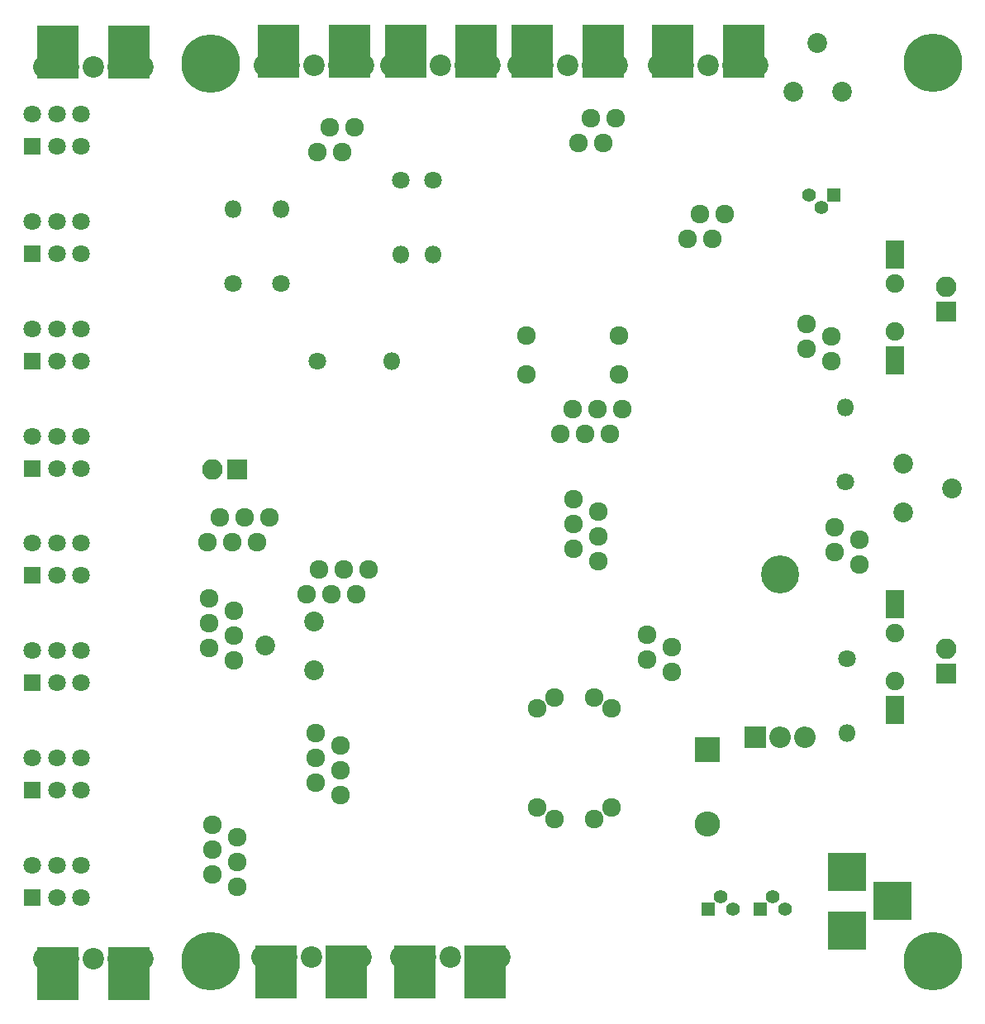
<source format=gbs>
G04 #@! TF.FileFunction,Soldermask,Bot*
%FSLAX46Y46*%
G04 Gerber Fmt 4.6, Leading zero omitted, Abs format (unit mm)*
G04 Created by KiCad (PCBNEW 4.0.7-e2-6376~58~ubuntu14.04.1) date Fri May 17 06:13:42 2019*
%MOMM*%
%LPD*%
G01*
G04 APERTURE LIST*
%ADD10C,0.100000*%
%ADD11C,1.924000*%
%ADD12C,1.800000*%
%ADD13O,1.800000X1.800000*%
%ADD14R,3.900000X3.900000*%
%ADD15O,3.900000X3.900000*%
%ADD16R,2.200000X2.200000*%
%ADD17O,2.200000X2.200000*%
%ADD18C,1.900000*%
%ADD19R,1.924000X2.900000*%
%ADD20C,1.400000*%
%ADD21R,1.400000X1.400000*%
%ADD22R,2.100000X2.100000*%
%ADD23O,2.100000X2.100000*%
%ADD24C,2.020000*%
%ADD25C,2.200000*%
%ADD26R,4.360000X5.400000*%
%ADD27R,1.800000X1.800000*%
%ADD28C,6.000000*%
%ADD29R,2.600000X2.600000*%
%ADD30O,2.600000X2.600000*%
G04 APERTURE END LIST*
D10*
D11*
X131130000Y-100110000D03*
X131130000Y-110270000D03*
X129352000Y-111413000D03*
X129352000Y-98967000D03*
X123510000Y-100110000D03*
X123510000Y-110270000D03*
X125288000Y-111413000D03*
X125288000Y-98967000D03*
D12*
X155100000Y-76900000D03*
D13*
X155100000Y-69280000D03*
D12*
X155194000Y-94996000D03*
D13*
X155194000Y-102616000D03*
D14*
X155194000Y-116840000D03*
X155194000Y-122840000D03*
X159894000Y-119840000D03*
D11*
X156464000Y-85344000D03*
X153924000Y-84074000D03*
X156464000Y-82804000D03*
X153924000Y-81534000D03*
X151100000Y-60700000D03*
X153640000Y-61970000D03*
X151100000Y-63240000D03*
X153640000Y-64510000D03*
D15*
X148348000Y-86402200D03*
D16*
X145808000Y-103062200D03*
D17*
X148348000Y-103062200D03*
X150888000Y-103062200D03*
D18*
X160150000Y-61450000D03*
X160150000Y-56570000D03*
D19*
X160150000Y-53570000D03*
X160180000Y-64450000D03*
D20*
X152630000Y-48770000D03*
X151360000Y-47500000D03*
D21*
X153900000Y-47500000D03*
D22*
X165354000Y-59450000D03*
D23*
X165354000Y-56910000D03*
D24*
X149700000Y-36900000D03*
X152200000Y-31900000D03*
X154700000Y-36900000D03*
D18*
X160150000Y-97282000D03*
X160150000Y-92402000D03*
D19*
X160150000Y-89402000D03*
X160180000Y-100282000D03*
D22*
X165354000Y-96520000D03*
D23*
X165354000Y-93980000D03*
D24*
X160950000Y-75050000D03*
X165950000Y-77550000D03*
X160950000Y-80050000D03*
D11*
X138900000Y-52000000D03*
X140170000Y-49460000D03*
X141440000Y-52000000D03*
X142710000Y-49460000D03*
D25*
X135920000Y-34257000D03*
X146080000Y-34257000D03*
D26*
X144620000Y-32750000D03*
X137380000Y-32750000D03*
D25*
X138460000Y-34257000D03*
X143540000Y-34257000D03*
X141000000Y-34257000D03*
X72920000Y-34357000D03*
X83080000Y-34357000D03*
D26*
X81620000Y-32850000D03*
X74380000Y-32850000D03*
D25*
X75460000Y-34357000D03*
X80540000Y-34357000D03*
X78000000Y-34357000D03*
X83080000Y-125730000D03*
X72920000Y-125730000D03*
D26*
X74380000Y-127237000D03*
X81620000Y-127237000D03*
D25*
X80540000Y-125730000D03*
X75460000Y-125730000D03*
X78000000Y-125730000D03*
D27*
X71750000Y-42500000D03*
D12*
X74250000Y-42500000D03*
X76750000Y-42500000D03*
X71750000Y-39200000D03*
X74250000Y-39200000D03*
X76750000Y-39200000D03*
D27*
X71750000Y-53500000D03*
D12*
X74250000Y-53500000D03*
X76750000Y-53500000D03*
X71750000Y-50200000D03*
X74250000Y-50200000D03*
X76750000Y-50200000D03*
D27*
X71750000Y-64500000D03*
D12*
X74250000Y-64500000D03*
X76750000Y-64500000D03*
X71750000Y-61200000D03*
X74250000Y-61200000D03*
X76750000Y-61200000D03*
D27*
X71750000Y-75500000D03*
D12*
X74250000Y-75500000D03*
X76750000Y-75500000D03*
X71750000Y-72200000D03*
X74250000Y-72200000D03*
X76750000Y-72200000D03*
D27*
X71750000Y-86500000D03*
D12*
X74250000Y-86500000D03*
X76750000Y-86500000D03*
X71750000Y-83200000D03*
X74250000Y-83200000D03*
X76750000Y-83200000D03*
D27*
X71750000Y-97500000D03*
D12*
X74250000Y-97500000D03*
X76750000Y-97500000D03*
X71750000Y-94200000D03*
X74250000Y-94200000D03*
X76750000Y-94200000D03*
D27*
X71750000Y-108500000D03*
D12*
X74250000Y-108500000D03*
X76750000Y-108500000D03*
X71750000Y-105200000D03*
X74250000Y-105200000D03*
X76750000Y-105200000D03*
D27*
X71750000Y-119500000D03*
D12*
X74250000Y-119500000D03*
X76750000Y-119500000D03*
X71750000Y-116200000D03*
X74250000Y-116200000D03*
X76750000Y-116200000D03*
D28*
X90000000Y-34091000D03*
X164000000Y-33964000D03*
X164000000Y-126000000D03*
X90000000Y-126000000D03*
D25*
X119634000Y-125603000D03*
X109474000Y-125603000D03*
D26*
X110934000Y-127110000D03*
X118174000Y-127110000D03*
D25*
X117094000Y-125603000D03*
X112014000Y-125603000D03*
X114554000Y-125603000D03*
X105410000Y-125603000D03*
X95250000Y-125603000D03*
D26*
X96710000Y-127110000D03*
X103950000Y-127110000D03*
D25*
X102870000Y-125603000D03*
X97790000Y-125603000D03*
X100330000Y-125603000D03*
X95520000Y-34257000D03*
X105680000Y-34257000D03*
D26*
X104220000Y-32750000D03*
X96980000Y-32750000D03*
D25*
X98060000Y-34257000D03*
X103140000Y-34257000D03*
X100600000Y-34257000D03*
D11*
X92710000Y-118364000D03*
X90170000Y-117094000D03*
X92710000Y-115824000D03*
X90170000Y-114554000D03*
X92710000Y-113284000D03*
X90170000Y-112014000D03*
X89830000Y-88850000D03*
X92370000Y-90120000D03*
X89830000Y-91390000D03*
X92370000Y-92660000D03*
X89830000Y-93930000D03*
X92370000Y-95200000D03*
X103350000Y-108990000D03*
X100810000Y-107720000D03*
X103350000Y-106450000D03*
X100810000Y-105180000D03*
X103350000Y-103910000D03*
X100810000Y-102640000D03*
D24*
X100584000Y-96186000D03*
X95584000Y-93686000D03*
X100584000Y-91186000D03*
D11*
X89662000Y-83058000D03*
X90932000Y-80518000D03*
X92202000Y-83058000D03*
X93472000Y-80518000D03*
X94742000Y-83058000D03*
X96012000Y-80518000D03*
X106172000Y-85852000D03*
X104902000Y-88392000D03*
X103632000Y-85852000D03*
X102362000Y-88392000D03*
X101092000Y-85852000D03*
X99822000Y-88392000D03*
D20*
X147570000Y-119430000D03*
X148840000Y-120700000D03*
D21*
X146300000Y-120700000D03*
D20*
X142270000Y-119430000D03*
X143540000Y-120700000D03*
D21*
X141000000Y-120700000D03*
D25*
X108520000Y-34257000D03*
X118680000Y-34257000D03*
D26*
X117220000Y-32750000D03*
X109980000Y-32750000D03*
D25*
X111060000Y-34257000D03*
X116140000Y-34257000D03*
X113600000Y-34257000D03*
X121520000Y-34257000D03*
X131680000Y-34257000D03*
D26*
X130220000Y-32750000D03*
X122980000Y-32750000D03*
D25*
X124060000Y-34257000D03*
X129140000Y-34257000D03*
X126600000Y-34257000D03*
D12*
X97200000Y-56550000D03*
D13*
X97200000Y-48930000D03*
D12*
X92350000Y-56550000D03*
D13*
X92350000Y-48930000D03*
D12*
X100950000Y-64550000D03*
D13*
X108570000Y-64550000D03*
D12*
X112800000Y-46000000D03*
D13*
X112800000Y-53620000D03*
D12*
X109500000Y-46000000D03*
D13*
X109500000Y-53620000D03*
D11*
X100950000Y-43150000D03*
X102220000Y-40610000D03*
X103490000Y-43150000D03*
X104760000Y-40610000D03*
X131500000Y-39600000D03*
X130230000Y-42140000D03*
X128960000Y-39600000D03*
X127690000Y-42140000D03*
X134700000Y-92540000D03*
X137240000Y-93810000D03*
X134700000Y-95080000D03*
X137240000Y-96350000D03*
D22*
X92767720Y-75600000D03*
D23*
X90227720Y-75600000D03*
D29*
X140900000Y-104300000D03*
D30*
X140900000Y-111920000D03*
D11*
X129750000Y-85050000D03*
X127210000Y-83780000D03*
X129750000Y-82510000D03*
X127210000Y-81240000D03*
X129750000Y-79970000D03*
X127210000Y-78700000D03*
X125850000Y-72000000D03*
X127120000Y-69460000D03*
X128390000Y-72000000D03*
X129660000Y-69460000D03*
X130930000Y-72000000D03*
X132200000Y-69460000D03*
X131850000Y-61900000D03*
X131850000Y-65900000D03*
X122350000Y-61900000D03*
X122350000Y-65900000D03*
M02*

</source>
